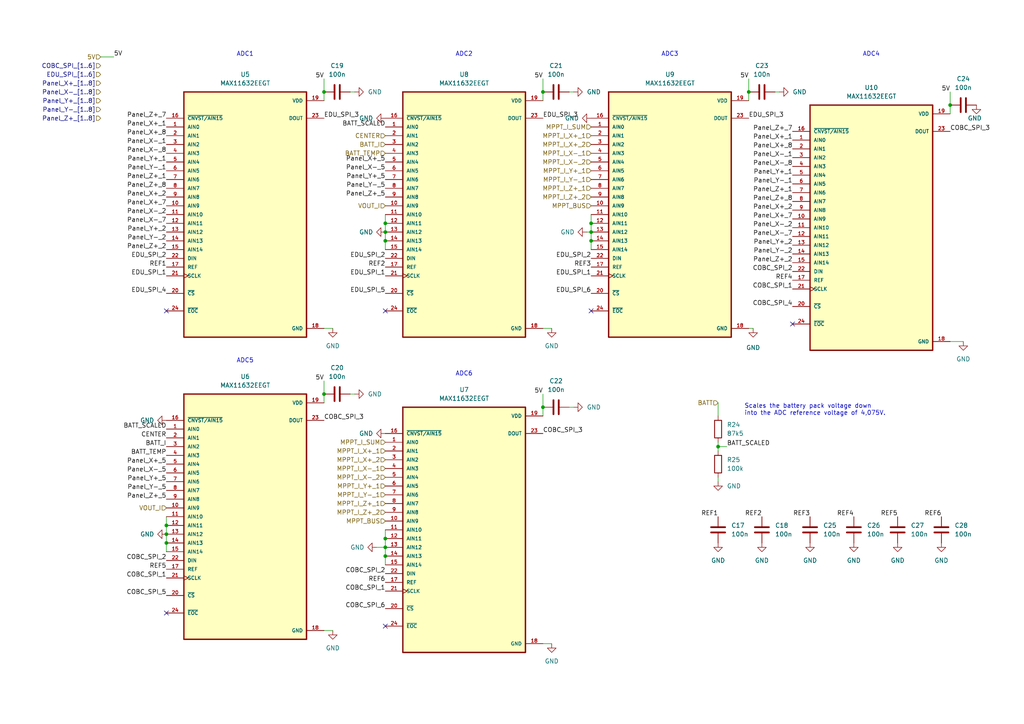
<source format=kicad_sch>
(kicad_sch (version 20211123) (generator eeschema)
  (paper "A4")
  (lib_symbols
    (symbol "Device:C" (pin_numbers hide) (pin_names (offset 0.254))
      (property "Reference" "C" (at 0.635 2.54 0))
      (property "Value" "C" (at 0.635 -2.54 0))
      (symbol "C_0_1"
        (polyline (pts (xy -2.032 -0.762) (xy 2.032 -0.762)) (stroke (width 0.508)))
        (polyline (pts (xy -2.032 0.762) (xy 2.032 0.762)) (stroke (width 0.508)))
      )
      (symbol "C_1_1"
        (pin passive line (at 0 3.81 270) (length 2.794) (name "~") (number "1"))
        (pin passive line (at 0 -3.81 90) (length 2.794) (name "~") (number "2"))
      )
    )
    (symbol "Device:R" (pin_numbers hide) (pin_names (offset 0))
      (property "Reference" "R" (at 2.032 0 90))
      (property "Value" "R" (at 0 0 90))
      (symbol "R_0_1"
        (rectangle (start -1.016 -2.54) (end 1.016 2.54) (stroke (width 0.254)))
      )
      (symbol "R_1_1"
        (pin passive line (at 0 3.81 270) (length 1.27) (name "~") (number "1"))
        (pin passive line (at 0 -3.81 90) (length 1.27) (name "~") (number "2"))
      )
    )
    (symbol "STS_Analog_ADC:MAX11632EEGT" (pin_names (offset 1.016))
      (property "Reference" "U" (at -17.78 36.5506 0))
      (property "Value" "MAX11632EEGT" (at -17.78 -39.5478 0))
      (symbol "MAX11632EEGT_0_0"
        (rectangle (start -17.78 -35.56) (end 17.78 35.56) (stroke (width 0.4064)) (fill (type background)))
        (pin passive line (at -22.86 25.4 0) (length 5.08) (name "AIN0") (number "1"))
        (pin passive line (at -22.86 2.54 0) (length 5.08) (name "AIN9") (number "10"))
        (pin passive line (at -22.86 0 0) (length 5.08) (name "AIN10") (number "11"))
        (pin passive line (at -22.86 -2.54 0) (length 5.08) (name "AIN11") (number "12"))
        (pin passive line (at -22.86 -5.08 0) (length 5.08) (name "AIN12") (number "13"))
        (pin passive line (at -22.86 -7.62 0) (length 5.08) (name "AIN13") (number "14"))
        (pin passive line (at -22.86 -10.16 0) (length 5.08) (name "AIN14") (number "15"))
        (pin passive line (at -22.86 27.94 0) (length 5.08) (name "~{CNVST/AIN15}") (number "16"))
        (pin input line (at -22.86 -15.24 0) (length 5.08) (name "REF") (number "17"))
        (pin passive line (at 22.86 -33.02 180) (length 5.08) (name "GND") (number "18"))
        (pin passive line (at 22.86 33.02 180) (length 5.08) (name "VDD") (number "19"))
        (pin passive line (at -22.86 22.86 0) (length 5.08) (name "AIN1") (number "2"))
        (pin bidirectional line (at -22.86 -22.86 0) (length 5.08) (name "~{CS}") (number "20"))
        (pin input clock (at -22.86 -17.78 0) (length 5.08) (name "SCLK") (number "21"))
        (pin input line (at -22.86 -12.7 0) (length 5.08) (name "DIN") (number "22"))
        (pin passive line (at 22.86 27.94 180) (length 5.08) (name "DOUT") (number "23"))
        (pin bidirectional line (at -22.86 -27.94 0) (length 5.08) (name "~{EOC}") (number "24"))
        (pin passive line (at -22.86 20.32 0) (length 5.08) (name "AIN2") (number "3"))
        (pin passive line (at -22.86 17.78 0) (length 5.08) (name "AIN3") (number "4"))
        (pin passive line (at -22.86 15.24 0) (length 5.08) (name "AIN4") (number "5"))
        (pin passive line (at -22.86 12.7 0) (length 5.08) (name "AIN5") (number "6"))
        (pin passive line (at -22.86 10.16 0) (length 5.08) (name "AIN6") (number "7"))
        (pin passive line (at -22.86 7.62 0) (length 5.08) (name "AIN7") (number "8"))
        (pin passive line (at -22.86 5.08 0) (length 5.08) (name "AIN8") (number "9"))
      )
    )
    (symbol "power:GND" (power) (pin_names (offset 0))
      (property "Value" "GND" (at 0 -3.81 0))
      (symbol "GND_0_1"
        (polyline (pts (xy 0 0) (xy 0 -1.27) (xy 1.27 -1.27) (xy 0 -2.54) (xy -1.27 -1.27) (xy 0 -1.27)))
      )
      (symbol "GND_1_1"
        (pin power_in line (at 0 0 270) (length 0) hide (name "GND") (number "1"))
      )
    )
  )
  (junction (at 93.98 26.67))
  (junction (at 111.76 67.31))
  (junction (at 171.45 64.77))
  (junction (at 111.76 69.85))
  (junction (at 157.48 118.11))
  (junction (at 111.76 158.75))
  (junction (at 171.45 67.31))
  (junction (at 48.26 157.48))
  (junction (at 275.59 30.48))
  (junction (at 208.28 129.54))
  (junction (at 48.26 152.4))
  (junction (at 111.76 156.21))
  (junction (at 217.17 26.67))
  (junction (at 93.98 114.3))
  (junction (at 157.48 26.67))
  (junction (at 171.45 69.85))
  (junction (at 111.76 161.29))
  (junction (at 111.76 64.77))
  (junction (at 48.26 154.94))
  (no_connect (at 229.87 93.98))
  (no_connect (at 171.45 90.17))
  (no_connect (at 111.76 181.61))
  (no_connect (at 48.26 177.8))
  (no_connect (at 111.76 90.17))
  (no_connect (at 48.26 90.17))
  (wire (pts (xy 157.48 26.67) (xy 157.48 29.21)))
  (wire (pts (xy 275.59 99.06) (xy 279.4 99.06)))
  (wire (pts (xy 171.45 64.77) (xy 171.45 67.31)))
  (wire (pts (xy 111.76 161.29) (xy 111.76 163.83)))
  (wire (pts (xy 111.76 158.75) (xy 111.76 161.29)))
  (wire (pts (xy 29.21 16.51) (xy 33.02 16.51)))
  (wire (pts (xy 171.45 62.23) (xy 171.45 64.77)))
  (wire (pts (xy 48.26 154.94) (xy 48.26 157.48)))
  (wire (pts (xy 93.98 22.86) (xy 93.98 26.67)))
  (wire (pts (xy 93.98 114.3) (xy 93.98 116.84)))
  (wire (pts (xy 275.59 26.67) (xy 275.59 30.48)))
  (wire (pts (xy 165.1 26.67) (xy 166.37 26.67)))
  (wire (pts (xy 208.28 138.43) (xy 208.28 139.7)))
  (wire (pts (xy 48.26 157.48) (xy 48.26 160.02)))
  (wire (pts (xy 217.17 22.86) (xy 217.17 26.67)))
  (wire (pts (xy 48.26 149.86) (xy 48.26 152.4)))
  (wire (pts (xy 93.98 26.67) (xy 93.98 29.21)))
  (wire (pts (xy 157.48 186.69) (xy 160.02 186.69)))
  (wire (pts (xy 111.76 64.77) (xy 111.76 67.31)))
  (wire (pts (xy 111.76 69.85) (xy 111.76 72.39)))
  (wire (pts (xy 157.48 114.3) (xy 157.48 118.11)))
  (wire (pts (xy 109.22 158.75) (xy 111.76 158.75)))
  (wire (pts (xy 208.28 129.54) (xy 210.82 129.54)))
  (wire (pts (xy 111.76 67.31) (xy 111.76 69.85)))
  (wire (pts (xy 93.98 95.25) (xy 96.52 95.25)))
  (wire (pts (xy 111.76 62.23) (xy 111.76 64.77)))
  (wire (pts (xy 224.79 26.67) (xy 226.06 26.67)))
  (wire (pts (xy 157.48 22.86) (xy 157.48 26.67)))
  (wire (pts (xy 93.98 110.49) (xy 93.98 114.3)))
  (wire (pts (xy 208.28 129.54) (xy 208.28 130.81)))
  (wire (pts (xy 101.6 114.3) (xy 102.87 114.3)))
  (wire (pts (xy 165.1 118.11) (xy 166.37 118.11)))
  (wire (pts (xy 157.48 118.11) (xy 157.48 120.65)))
  (wire (pts (xy 208.28 128.27) (xy 208.28 129.54)))
  (wire (pts (xy 101.6 26.67) (xy 102.87 26.67)))
  (wire (pts (xy 48.26 152.4) (xy 48.26 154.94)))
  (wire (pts (xy 171.45 69.85) (xy 171.45 72.39)))
  (wire (pts (xy 208.28 116.84) (xy 208.28 120.65)))
  (wire (pts (xy 111.76 156.21) (xy 111.76 158.75)))
  (wire (pts (xy 217.17 95.25) (xy 218.44 95.25)))
  (wire (pts (xy 275.59 30.48) (xy 275.59 33.02)))
  (wire (pts (xy 111.76 153.67) (xy 111.76 156.21)))
  (wire (pts (xy 171.45 67.31) (xy 171.45 69.85)))
  (wire (pts (xy 157.48 95.25) (xy 160.02 95.25)))
  (wire (pts (xy 217.17 26.67) (xy 217.17 29.21)))
  (wire (pts (xy 170.18 67.31) (xy 171.45 67.31)))
  (wire (pts (xy 93.98 182.88) (xy 96.52 182.88)))
  (text "ADC5" (at 68.58 105.41 0) (effects (font (size 1.27 1.27)) (justify left bottom)))
  (text "ADC4" (at 250.19 16.51 0) (effects (font (size 1.27 1.27)) (justify left bottom)))
  (text "ADC6" (at 132.08 109.22 0) (effects (font (size 1.27 1.27)) (justify left bottom)))
  (text "ADC2" (at 132.08 16.51 0) (effects (font (size 1.27 1.27)) (justify left bottom)))
  (text "Scales the battery pack voltage down \ninto the ADC reference voltage of 4,075V." (at 215.9 120.65 0) (effects (font (size 1.27 1.27)) (justify left bottom)))
  (text "ADC3" (at 191.77 16.51 0) (effects (font (size 1.27 1.27)) (justify left bottom)))
  (text "ADC1" (at 68.58 16.51 0) (effects (font (size 1.27 1.27)) (justify left bottom)))
  (label "REF1" (at 48.26 77.47 180))
  (label "COBC_SPI_3" (at 93.98 121.92 0))
  (label "Panel_Y+_2" (at 48.26 67.31 180))
  (label "5V" (at 157.48 22.86 180))
  (label "EDU_SPI_3" (at 93.98 34.29 0))
  (label "Panel_X+_7" (at 229.87 63.5 180))
  (label "EDU_SPI_1" (at 111.76 80.01 180))
  (label "REF3" (at 171.45 77.47 180))
  (label "Panel_Y-_1" (at 48.26 49.53 180))
  (label "REF6" (at 111.76 168.91 180))
  (label "Panel_X+_2" (at 229.87 60.96 180))
  (label "Panel_Z+_5" (at 48.26 144.78 180))
  (label "Panel_X+_5" (at 111.76 46.99 180))
  (label "Panel_X+_8" (at 48.26 39.37 180))
  (label "REF1" (at 208.28 149.86 180))
  (label "Panel_X+_5" (at 48.26 134.62 180))
  (label "Panel_Y-_5" (at 111.76 54.61 180))
  (label "REF5" (at 260.35 149.86 180))
  (label "COBC_SPI_1" (at 48.26 167.64 180))
  (label "Panel_Z+_2" (at 48.26 72.39 180))
  (label "Panel_X+_7" (at 48.26 59.69 180))
  (label "EDU_SPI_1" (at 171.45 80.01 180))
  (label "EDU_SPI_3" (at 157.48 34.29 0))
  (label "5V" (at 157.48 114.3 180))
  (label "Panel_X+_1" (at 229.87 40.64 180))
  (label "EDU_SPI_2" (at 111.76 74.93 180))
  (label "Panel_X-_1" (at 48.26 41.91 180))
  (label "Panel_Y+_2" (at 229.87 71.12 180))
  (label "Panel_X+_1" (at 48.26 36.83 180))
  (label "BATT_SCALED" (at 111.76 36.83 180))
  (label "REF4" (at 229.87 81.28 180))
  (label "Panel_Y-_2" (at 48.26 69.85 180))
  (label "Panel_Y+_5" (at 111.76 52.07 180))
  (label "COBC_SPI_4" (at 229.87 88.9 180))
  (label "Panel_Z+_8" (at 229.87 58.42 180))
  (label "COBC_SPI_6" (at 111.76 176.53 180))
  (label "COBC_SPI_1" (at 111.76 171.45 180))
  (label "Panel_Z+_1" (at 229.87 55.88 180))
  (label "COBC_SPI_1" (at 229.87 83.82 180))
  (label "Panel_X-_5" (at 111.76 49.53 180))
  (label "Panel_Y-_2" (at 229.87 73.66 180))
  (label "BATT_I" (at 48.26 129.54 180))
  (label "Panel_Z+_2" (at 229.87 76.2 180))
  (label "EDU_SPI_4" (at 48.26 85.09 180))
  (label "EDU_SPI_1" (at 48.26 80.01 180))
  (label "COBC_SPI_5" (at 48.26 172.72 180))
  (label "Panel_Y+_1" (at 229.87 50.8 180))
  (label "5V" (at 93.98 110.49 180))
  (label "Panel_Z+_1" (at 48.26 52.07 180))
  (label "Panel_Z+_7" (at 229.87 38.1 180))
  (label "5V" (at 217.17 22.86 180))
  (label "EDU_SPI_5" (at 111.76 85.09 180))
  (label "BATT_SCALED" (at 48.26 124.46 180))
  (label "REF5" (at 48.26 165.1 180))
  (label "CENTER" (at 48.26 127 180))
  (label "Panel_X-_5" (at 48.26 137.16 180))
  (label "Panel_Y+_1" (at 48.26 46.99 180))
  (label "5V" (at 275.59 26.67 180))
  (label "COBC_SPI_2" (at 229.87 78.74 180))
  (label "Panel_X-_2" (at 48.26 62.23 180))
  (label "REF2" (at 220.98 149.86 180))
  (label "Panel_Z+_7" (at 48.26 34.29 180))
  (label "Panel_Y-_1" (at 229.87 53.34 180))
  (label "Panel_X-_8" (at 48.26 44.45 180))
  (label "REF3" (at 234.95 149.86 180))
  (label "BATT_SCALED" (at 210.82 129.54 0))
  (label "EDU_SPI_2" (at 48.26 74.93 180))
  (label "COBC_SPI_2" (at 48.26 162.56 180))
  (label "EDU_SPI_3" (at 217.17 34.29 0))
  (label "EDU_SPI_6" (at 171.45 85.09 180))
  (label "REF6" (at 273.05 149.86 180))
  (label "COBC_SPI_3" (at 157.48 125.73 0))
  (label "REF4" (at 247.65 149.86 180))
  (label "Panel_X+_2" (at 48.26 57.15 180))
  (label "Panel_X-_1" (at 229.87 45.72 180))
  (label "Panel_X-_2" (at 229.87 66.04 180))
  (label "Panel_X-_7" (at 48.26 64.77 180))
  (label "EDU_SPI_2" (at 171.45 74.93 180))
  (label "Panel_Z+_8" (at 48.26 54.61 180))
  (label "Panel_Y-_5" (at 48.26 142.24 180))
  (label "5V" (at 33.02 16.51 0))
  (label "COBC_SPI_2" (at 111.76 166.37 180))
  (label "Panel_Y+_5" (at 48.26 139.7 180))
  (label "Panel_X-_8" (at 229.87 48.26 180))
  (label "Panel_X-_7" (at 229.87 68.58 180))
  (label "REF2" (at 111.76 77.47 180))
  (label "COBC_SPI_3" (at 275.59 38.1 0))
  (label "BATT_TEMP" (at 48.26 132.08 180))
  (label "Panel_Z+_5" (at 111.76 57.15 180))
  (label "5V" (at 93.98 22.86 180))
  (label "Panel_X+_8" (at 229.87 43.18 180))
  (hierarchical_label "MPPT_I_X-_2" (shape input) (at 171.45 46.99 180))
  (hierarchical_label "MPPT_I_X-_1" (shape input) (at 111.76 135.89 180))
  (hierarchical_label "Panel_X+_[1..8]" (shape input) (at 29.21 24.13 180))
  (hierarchical_label "MPPT_BUS" (shape input) (at 111.76 151.13 180))
  (hierarchical_label "MPPT_I_Y+_1" (shape input) (at 111.76 140.97 180))
  (hierarchical_label "Panel_X-_[1..8]" (shape input) (at 29.21 26.67 180))
  (hierarchical_label "Panel_Y+_[1..8]" (shape input) (at 29.21 29.21 180))
  (hierarchical_label "BATT_TEMP" (shape input) (at 111.76 44.45 180))
  (hierarchical_label "Panel_Y-_[1..8]" (shape input) (at 29.21 31.75 180))
  (hierarchical_label "MPPT_I_X-_1" (shape input) (at 171.45 44.45 180))
  (hierarchical_label "CENTER" (shape input) (at 111.76 39.37 180))
  (hierarchical_label "EDU_SPI_[1..6]" (shape input) (at 29.21 21.59 180))
  (hierarchical_label "MPPT_I_Z+_1" (shape input) (at 171.45 54.61 180))
  (hierarchical_label "MPPT_I_X+_1" (shape input) (at 171.45 39.37 180))
  (hierarchical_label "MPPT_I_Z+_1" (shape input) (at 111.76 146.05 180))
  (hierarchical_label "VOUT_I" (shape input) (at 111.76 59.69 180))
  (hierarchical_label "MPPT_BUS" (shape input) (at 171.45 59.69 180))
  (hierarchical_label "MPPT_I_Z+_2" (shape input) (at 171.45 57.15 180))
  (hierarchical_label "BATT" (shape input) (at 208.28 116.84 180))
  (hierarchical_label "MPPT_I_Y+_1" (shape input) (at 171.45 49.53 180))
  (hierarchical_label "MPPT_I_Z+_2" (shape input) (at 111.76 148.59 180))
  (hierarchical_label "MPPT_I_X-_2" (shape input) (at 111.76 138.43 180))
  (hierarchical_label "MPPT_I_X+_2" (shape input) (at 171.45 41.91 180))
  (hierarchical_label "MPPT_I_SUM" (shape input) (at 171.45 36.83 180))
  (hierarchical_label "MPPT_I_X+_1" (shape input) (at 111.76 130.81 180))
  (hierarchical_label "VOUT_I" (shape input) (at 48.26 147.32 180))
  (hierarchical_label "MPPT_I_SUM" (shape input) (at 111.76 128.27 180))
  (hierarchical_label "COBC_SPI_[1..6]" (shape input) (at 29.21 19.05 180))
  (hierarchical_label "MPPT_I_Y-_1" (shape input) (at 171.45 52.07 180))
  (hierarchical_label "MPPT_I_X+_2" (shape input) (at 111.76 133.35 180))
  (hierarchical_label "BATT_I" (shape input) (at 111.76 41.91 180))
  (hierarchical_label "5V" (shape input) (at 29.21 16.51 180))
  (hierarchical_label "Panel_Z+_[1..8]" (shape input) (at 29.21 34.29 180))
  (hierarchical_label "MPPT_I_Y-_1" (shape input) (at 111.76 143.51 180))
  (symbol (lib_id "power:GND") (at 208.28 139.7 0) (unit 1)
    (property "Reference" "#PWR063" (effects hide))
    (property "Value" "GND" (at 210.82 140.9699 0) (effects (justify left)))
  )
  (symbol (lib_id "power:GND") (at 247.65 157.48 0) (unit 1)
    (property "Reference" "#PWR065" (effects hide))
    (property "Value" "GND" (at 247.65 162.56 0))
  )
  (symbol (lib_id "STS_Analog_ADC:MAX11632EEGT") (at 71.12 62.23 0) (unit 1)
    (property "Reference" "U5" (at 71.12 21.59 0))
    (property "Value" "MAX11632EEGT" (at 71.12 24.13 0))
    (property "Footprint" "SOP63P602X175-24N" (effects hide))
  )
  (symbol (lib_id "power:GND") (at 109.22 158.75 270) (unit 1)
    (property "Reference" "#PWR0104" (effects hide))
    (property "Value" "GND" (at 101.6 158.75 90) (effects (justify left)))
  )
  (symbol (lib_id "Device:C") (at 97.79 114.3 90) (unit 1)
    (property "Reference" "C20" (at 97.79 106.68 90))
    (property "Value" "100n" (at 97.79 109.22 90))
    (property "Footprint" "Capacitor_SMD:C_0805_2012Metric" (effects hide))
  )
  (symbol (lib_id "power:GND") (at 283.21 30.48 0) (unit 1)
    (property "Reference" "#PWR062" (effects hide))
    (property "Value" "GND" (at 280.67 34.29 0) (effects (justify left)))
  )
  (symbol (lib_id "STS_Analog_ADC:MAX11632EEGT") (at 194.31 62.23 0) (unit 1)
    (property "Reference" "U9" (at 194.31 21.59 0))
    (property "Value" "MAX11632EEGT" (at 194.31 24.13 0))
    (property "Footprint" "SOP63P602X175-24N" (effects hide))
  )
  (symbol (lib_id "power:GND") (at 96.52 182.88 0) (unit 1)
    (property "Reference" "#PWR044" (effects hide))
    (property "Value" "GND" (at 96.52 187.96 0))
  )
  (symbol (lib_id "power:GND") (at 160.02 186.69 0) (unit 1)
    (property "Reference" "#PWR045" (effects hide))
    (property "Value" "GND" (at 160.02 191.77 0))
  )
  (symbol (lib_id "power:GND") (at 166.37 26.67 90) (unit 1)
    (property "Reference" "#PWR059" (effects hide))
    (property "Value" "GND" (at 170.18 26.6699 90) (effects (justify right)))
  )
  (symbol (lib_id "STS_Analog_ADC:MAX11632EEGT") (at 134.62 62.23 0) (unit 1)
    (property "Reference" "U8" (at 134.62 21.59 0))
    (property "Value" "MAX11632EEGT" (at 134.62 24.13 0))
    (property "Footprint" "SOP63P602X175-24N" (effects hide))
  )
  (symbol (lib_id "power:GND") (at 273.05 157.48 0) (unit 1)
    (property "Reference" "#PWR067" (effects hide))
    (property "Value" "GND" (at 273.05 162.56 0))
  )
  (symbol (lib_id "power:GND") (at 171.45 34.29 270) (unit 1)
    (property "Reference" "#PWR0102" (effects hide))
    (property "Value" "GND" (at 163.83 34.29 90) (effects (justify left)))
  )
  (symbol (lib_id "power:GND") (at 226.06 26.67 90) (unit 1)
    (property "Reference" "#PWR061" (effects hide))
    (property "Value" "GND" (at 229.87 26.6699 90) (effects (justify right)))
  )
  (symbol (lib_id "Device:C") (at 273.05 153.67 180) (unit 1)
    (property "Reference" "C28" (at 276.86 152.3999 0) (effects (justify right)))
    (property "Value" "100n" (at 276.86 154.9399 0) (effects (justify right)))
    (property "Footprint" "Capacitor_SMD:C_0805_2012Metric" (effects hide))
  )
  (symbol (lib_id "Device:C") (at 161.29 26.67 90) (unit 1)
    (property "Reference" "C21" (at 161.29 19.05 90))
    (property "Value" "100n" (at 161.29 21.59 90))
    (property "Footprint" "Capacitor_SMD:C_0805_2012Metric" (effects hide))
  )
  (symbol (lib_id "Device:C") (at 220.98 153.67 180) (unit 1)
    (property "Reference" "C18" (at 224.79 152.3999 0) (effects (justify right)))
    (property "Value" "100n" (at 224.79 154.9399 0) (effects (justify right)))
    (property "Footprint" "Capacitor_SMD:C_0805_2012Metric" (effects hide))
  )
  (symbol (lib_id "STS_Analog_ADC:MAX11632EEGT") (at 134.62 153.67 0) (unit 1)
    (property "Reference" "U7" (at 134.62 113.03 0))
    (property "Value" "MAX11632EEGT" (at 134.62 115.57 0))
    (property "Footprint" "SOP63P602X175-24N" (effects hide))
  )
  (symbol (lib_id "power:GND") (at 96.52 95.25 0) (unit 1)
    (property "Reference" "#PWR038" (effects hide))
    (property "Value" "GND" (at 96.52 100.33 0))
  )
  (symbol (lib_id "power:GND") (at 260.35 157.48 0) (unit 1)
    (property "Reference" "#PWR066" (effects hide))
    (property "Value" "GND" (at 260.35 162.56 0))
  )
  (symbol (lib_id "power:GND") (at 220.98 157.48 0) (unit 1)
    (property "Reference" "#PWR056" (effects hide))
    (property "Value" "GND" (at 220.98 162.56 0))
  )
  (symbol (lib_id "Device:R") (at 208.28 124.46 0) (unit 1)
    (property "Reference" "R24" (at 210.82 123.1899 0) (effects (justify left)))
    (property "Value" "87k5" (at 210.82 125.7299 0) (effects (justify left)))
    (property "Footprint" "Resistor_SMD:R_0805_2012Metric" (effects hide))
  )
  (symbol (lib_id "power:GND") (at 208.28 157.48 0) (unit 1)
    (property "Reference" "#PWR055" (effects hide))
    (property "Value" "GND" (at 208.28 162.56 0))
  )
  (symbol (lib_id "Device:C") (at 279.4 30.48 90) (unit 1)
    (property "Reference" "C24" (at 279.4 22.86 90))
    (property "Value" "100n" (at 279.4 25.4 90))
    (property "Footprint" "Capacitor_SMD:C_0805_2012Metric" (effects hide))
  )
  (symbol (lib_id "Device:C") (at 97.79 26.67 90) (unit 1)
    (property "Reference" "C19" (at 97.79 19.05 90))
    (property "Value" "100n" (at 97.79 21.59 90))
    (property "Footprint" "Capacitor_SMD:C_0805_2012Metric" (effects hide))
  )
  (symbol (lib_id "power:GND") (at 111.76 125.73 270) (unit 1)
    (property "Reference" "#PWR0103" (effects hide))
    (property "Value" "GND" (at 104.14 125.73 90) (effects (justify left)))
  )
  (symbol (lib_id "power:GND") (at 170.18 67.31 270) (unit 1)
    (property "Reference" "#PWR0101" (effects hide))
    (property "Value" "GND" (at 162.56 67.31 90) (effects (justify left)))
  )
  (symbol (lib_id "Device:C") (at 208.28 153.67 180) (unit 1)
    (property "Reference" "C17" (at 212.09 152.3999 0) (effects (justify right)))
    (property "Value" "100n" (at 212.09 154.9399 0) (effects (justify right)))
    (property "Footprint" "Capacitor_SMD:C_0805_2012Metric" (effects hide))
  )
  (symbol (lib_id "STS_Analog_ADC:MAX11632EEGT") (at 252.73 66.04 0) (unit 1)
    (property "Reference" "U10" (at 252.73 25.4 0))
    (property "Value" "MAX11632EEGT" (at 252.73 27.94 0))
    (property "Footprint" "SOP63P602X175-24N" (effects hide))
  )
  (symbol (lib_id "power:GND") (at 48.26 154.94 270) (unit 1)
    (property "Reference" "#PWR069" (effects hide))
    (property "Value" "GND" (at 40.64 154.94 90) (effects (justify left)))
  )
  (symbol (lib_id "Device:C") (at 161.29 118.11 90) (unit 1)
    (property "Reference" "C22" (at 161.29 110.49 90))
    (property "Value" "100n" (at 161.29 113.03 90))
    (property "Footprint" "Capacitor_SMD:C_0805_2012Metric" (effects hide))
  )
  (symbol (lib_id "power:GND") (at 279.4 99.06 0) (unit 1)
    (property "Reference" "#PWR048" (effects hide))
    (property "Value" "GND" (at 279.4 104.14 0))
  )
  (symbol (lib_id "power:GND") (at 166.37 118.11 90) (unit 1)
    (property "Reference" "#PWR060" (effects hide))
    (property "Value" "GND" (at 170.18 118.1099 90) (effects (justify right)))
  )
  (symbol (lib_id "power:GND") (at 48.26 121.92 270) (unit 1)
    (property "Reference" "#PWR068" (effects hide))
    (property "Value" "GND" (at 40.64 121.92 90) (effects (justify left)))
  )
  (symbol (lib_id "power:GND") (at 102.87 114.3 90) (unit 1)
    (property "Reference" "#PWR058" (effects hide))
    (property "Value" "GND" (at 106.68 114.2999 90) (effects (justify right)))
  )
  (symbol (lib_id "power:GND") (at 160.02 95.25 0) (unit 1)
    (property "Reference" "#PWR046" (effects hide))
    (property "Value" "GND" (at 160.02 100.33 0))
  )
  (symbol (lib_id "Device:R") (at 208.28 134.62 0) (unit 1)
    (property "Reference" "R25" (at 210.82 133.3499 0) (effects (justify left)))
    (property "Value" "100k" (at 210.82 135.8899 0) (effects (justify left)))
    (property "Footprint" "Resistor_SMD:R_0805_2012Metric" (effects hide))
  )
  (symbol (lib_id "power:GND") (at 111.76 34.29 270) (unit 1)
    (property "Reference" "#PWR070" (effects hide))
    (property "Value" "GND" (at 104.14 34.29 90) (effects (justify left)))
  )
  (symbol (lib_id "power:GND") (at 102.87 26.67 90) (unit 1)
    (property "Reference" "#PWR057" (effects hide))
    (property "Value" "GND" (at 106.68 26.6699 90) (effects (justify right)))
  )
  (symbol (lib_id "Device:C") (at 260.35 153.67 180) (unit 1)
    (property "Reference" "C27" (at 264.16 152.3999 0) (effects (justify right)))
    (property "Value" "100n" (at 264.16 154.9399 0) (effects (justify right)))
    (property "Footprint" "Capacitor_SMD:C_0805_2012Metric" (effects hide))
  )
  (symbol (lib_id "Device:C") (at 234.95 153.67 180) (unit 1)
    (property "Reference" "C25" (at 238.76 152.3999 0) (effects (justify right)))
    (property "Value" "100n" (at 238.76 154.9399 0) (effects (justify right)))
    (property "Footprint" "Capacitor_SMD:C_0805_2012Metric" (effects hide))
  )
  (symbol (lib_id "STS_Analog_ADC:MAX11632EEGT") (at 71.12 149.86 0) (unit 1)
    (property "Reference" "U6" (at 71.12 109.22 0))
    (property "Value" "MAX11632EEGT" (at 71.12 111.76 0))
    (property "Footprint" "SOP63P602X175-24N" (effects hide))
  )
  (symbol (lib_id "power:GND") (at 218.44 95.25 0) (unit 1)
    (property "Reference" "#PWR047" (effects hide))
    (property "Value" "GND" (at 218.44 100.838 0))
  )
  (symbol (lib_id "Device:C") (at 247.65 153.67 180) (unit 1)
    (property "Reference" "C26" (at 251.46 152.3999 0) (effects (justify right)))
    (property "Value" "100n" (at 251.46 154.9399 0) (effects (justify right)))
    (property "Footprint" "Capacitor_SMD:C_0805_2012Metric" (effects hide))
  )
  (symbol (lib_id "power:GND") (at 111.76 67.31 270) (unit 1)
    (property "Reference" "#PWR071" (effects hide))
    (property "Value" "GND" (at 104.14 67.31 90) (effects (justify left)))
  )
  (symbol (lib_id "power:GND") (at 234.95 157.48 0) (unit 1)
    (property "Reference" "#PWR064" (effects hide))
    (property "Value" "GND" (at 234.95 162.56 0))
  )
  (symbol (lib_id "Device:C") (at 220.98 26.67 90) (unit 1)
    (property "Reference" "C23" (at 220.98 19.05 90))
    (property "Value" "100n" (at 220.98 21.59 90))
    (property "Footprint" "Capacitor_SMD:C_0805_2012Metric" (effects hide))
  )
)
</source>
